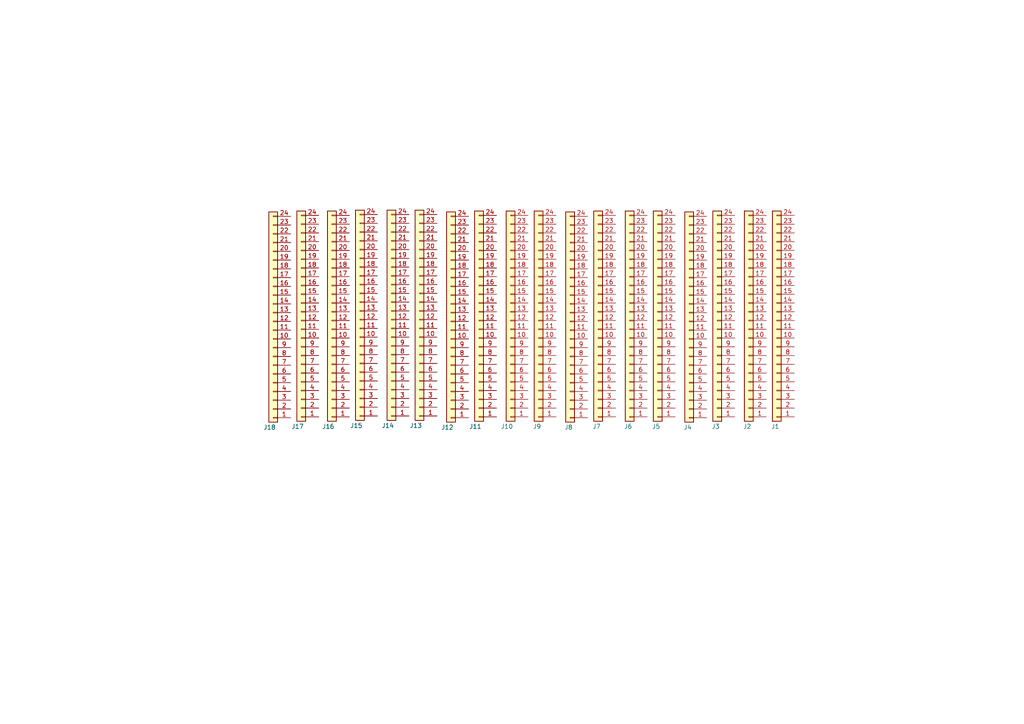
<source format=kicad_sch>
(kicad_sch (version 20211123) (generator eeschema)
  (paper "A4")
  (lib_symbols
    (symbol "Connector_Generic:Conn_01x24" (pin_names (offset 1.016) hide)
      (property "Reference" "J" (at 0 30.48 0))
      (property "Value" "Conn_01x24" (at 0 -33.02 0))
      (symbol "Conn_01x24_1_1"
        (rectangle (start -1.27 -30.353) (end 0 -30.607) (stroke (width 0.1524)))
        (rectangle (start -1.27 -27.813) (end 0 -28.067) (stroke (width 0.1524)))
        (rectangle (start -1.27 -25.273) (end 0 -25.527) (stroke (width 0.1524)))
        (rectangle (start -1.27 -22.733) (end 0 -22.987) (stroke (width 0.1524)))
        (rectangle (start -1.27 -20.193) (end 0 -20.447) (stroke (width 0.1524)))
        (rectangle (start -1.27 -17.653) (end 0 -17.907) (stroke (width 0.1524)))
        (rectangle (start -1.27 -15.113) (end 0 -15.367) (stroke (width 0.1524)))
        (rectangle (start -1.27 -12.573) (end 0 -12.827) (stroke (width 0.1524)))
        (rectangle (start -1.27 -10.033) (end 0 -10.287) (stroke (width 0.1524)))
        (rectangle (start -1.27 -7.493) (end 0 -7.747) (stroke (width 0.1524)))
        (rectangle (start -1.27 -4.953) (end 0 -5.207) (stroke (width 0.1524)))
        (rectangle (start -1.27 -2.413) (end 0 -2.667) (stroke (width 0.1524)))
        (rectangle (start -1.27 0.127) (end 0 -0.127) (stroke (width 0.1524)))
        (rectangle (start -1.27 2.667) (end 0 2.413) (stroke (width 0.1524)))
        (rectangle (start -1.27 5.207) (end 0 4.953) (stroke (width 0.1524)))
        (rectangle (start -1.27 7.747) (end 0 7.493) (stroke (width 0.1524)))
        (rectangle (start -1.27 10.287) (end 0 10.033) (stroke (width 0.1524)))
        (rectangle (start -1.27 12.827) (end 0 12.573) (stroke (width 0.1524)))
        (rectangle (start -1.27 15.367) (end 0 15.113) (stroke (width 0.1524)))
        (rectangle (start -1.27 17.907) (end 0 17.653) (stroke (width 0.1524)))
        (rectangle (start -1.27 20.447) (end 0 20.193) (stroke (width 0.1524)))
        (rectangle (start -1.27 22.987) (end 0 22.733) (stroke (width 0.1524)))
        (rectangle (start -1.27 25.527) (end 0 25.273) (stroke (width 0.1524)))
        (rectangle (start -1.27 28.067) (end 0 27.813) (stroke (width 0.1524)))
        (rectangle (start -1.27 29.21) (end 1.27 -31.75) (stroke (width 0.254)) (fill (type background)))
        (pin passive line (at -5.08 27.94 0) (length 3.81) (name "Pin_1") (number "1"))
        (pin passive line (at -5.08 5.08 0) (length 3.81) (name "Pin_10") (number "10"))
        (pin passive line (at -5.08 2.54 0) (length 3.81) (name "Pin_11") (number "11"))
        (pin passive line (at -5.08 0 0) (length 3.81) (name "Pin_12") (number "12"))
        (pin passive line (at -5.08 -2.54 0) (length 3.81) (name "Pin_13") (number "13"))
        (pin passive line (at -5.08 -5.08 0) (length 3.81) (name "Pin_14") (number "14"))
        (pin passive line (at -5.08 -7.62 0) (length 3.81) (name "Pin_15") (number "15"))
        (pin passive line (at -5.08 -10.16 0) (length 3.81) (name "Pin_16") (number "16"))
        (pin passive line (at -5.08 -12.7 0) (length 3.81) (name "Pin_17") (number "17"))
        (pin passive line (at -5.08 -15.24 0) (length 3.81) (name "Pin_18") (number "18"))
        (pin passive line (at -5.08 -17.78 0) (length 3.81) (name "Pin_19") (number "19"))
        (pin passive line (at -5.08 25.4 0) (length 3.81) (name "Pin_2") (number "2"))
        (pin passive line (at -5.08 -20.32 0) (length 3.81) (name "Pin_20") (number "20"))
        (pin passive line (at -5.08 -22.86 0) (length 3.81) (name "Pin_21") (number "21"))
        (pin passive line (at -5.08 -25.4 0) (length 3.81) (name "Pin_22") (number "22"))
        (pin passive line (at -5.08 -27.94 0) (length 3.81) (name "Pin_23") (number "23"))
        (pin passive line (at -5.08 -30.48 0) (length 3.81) (name "Pin_24") (number "24"))
        (pin passive line (at -5.08 22.86 0) (length 3.81) (name "Pin_3") (number "3"))
        (pin passive line (at -5.08 20.32 0) (length 3.81) (name "Pin_4") (number "4"))
        (pin passive line (at -5.08 17.78 0) (length 3.81) (name "Pin_5") (number "5"))
        (pin passive line (at -5.08 15.24 0) (length 3.81) (name "Pin_6") (number "6"))
        (pin passive line (at -5.08 12.7 0) (length 3.81) (name "Pin_7") (number "7"))
        (pin passive line (at -5.08 10.16 0) (length 3.81) (name "Pin_8") (number "8"))
        (pin passive line (at -5.08 7.62 0) (length 3.81) (name "Pin_9") (number "9"))
      )
    )
  )
  (symbol (lib_id "Connector_Generic:Conn_01x24") (at 199.898 93.218 180) (unit 1)
    (property "Reference" "J4" (at 200.66 123.952 0) (effects (justify left)))
    (property "Value" "Conn_01x24" (effects hide))
    (property "Footprint" "A_Personal:Stripboard_1x24_P2.54mm_Vertical" (effects hide))
  )
  (symbol (lib_id "Connector_Generic:Conn_01x24") (at 87.376 92.964 180) (unit 1)
    (property "Reference" "J17" (at 88.138 123.698 0) (effects (justify left)))
    (property "Value" "Conn_01x24" (effects hide))
    (property "Footprint" "A_Personal:Stripboard_1x24_P2.54mm_Vertical" (effects hide))
  )
  (symbol (lib_id "Connector_Generic:Conn_01x24") (at 79.248 93.218 180) (unit 1)
    (property "Reference" "J18" (at 80.01 123.952 0) (effects (justify left)))
    (property "Value" "Conn_01x24" (effects hide))
    (property "Footprint" "A_Personal:Stripboard_1x24_P2.54mm_Vertical" (effects hide))
  )
  (symbol (lib_id "Connector_Generic:Conn_01x24") (at 165.354 93.218 180) (unit 1)
    (property "Reference" "J8" (at 166.116 123.952 0) (effects (justify left)))
    (property "Value" "Conn_01x24" (effects hide))
    (property "Footprint" "A_Personal:Stripboard_1x24_P2.54mm_Vertical" (effects hide))
  )
  (symbol (lib_id "Connector_Generic:Conn_01x24") (at 96.266 92.964 180) (unit 1)
    (property "Reference" "J16" (at 97.028 123.698 0) (effects (justify left)))
    (property "Value" "Conn_01x24" (effects hide))
    (property "Footprint" "A_Personal:Stripboard_1x24_P2.54mm_Vertical" (effects hide))
  )
  (symbol (lib_id "Connector_Generic:Conn_01x24") (at 148.082 92.964 180) (unit 1)
    (property "Reference" "J10" (at 148.844 123.698 0) (effects (justify left)))
    (property "Value" "Conn_01x24" (effects hide))
    (property "Footprint" "A_Personal:Stripboard_1x24_P2.54mm_Vertical" (effects hide))
  )
  (symbol (lib_id "Connector_Generic:Conn_01x24") (at 208.026 92.964 180) (unit 1)
    (property "Reference" "J3" (at 208.788 123.698 0) (effects (justify left)))
    (property "Value" "Conn_01x24" (effects hide))
    (property "Footprint" "A_Personal:Stripboard_1x24_P2.54mm_Vertical" (effects hide))
  )
  (symbol (lib_id "Connector_Generic:Conn_01x24") (at 104.394 92.71 180) (unit 1)
    (property "Reference" "J15" (at 105.156 123.444 0) (effects (justify left)))
    (property "Value" "Conn_01x24" (effects hide))
    (property "Footprint" "A_Personal:Stripboard_1x24_P2.54mm_Vertical" (effects hide))
  )
  (symbol (lib_id "Connector_Generic:Conn_01x24") (at 217.17 92.964 180) (unit 1)
    (property "Reference" "J2" (at 217.932 123.698 0) (effects (justify left)))
    (property "Value" "Conn_01x24" (effects hide))
    (property "Footprint" "A_Personal:Stripboard_1x24_P2.54mm_Vertical" (effects hide))
  )
  (symbol (lib_id "Connector_Generic:Conn_01x24") (at 182.626 92.964 180) (unit 1)
    (property "Reference" "J6" (at 183.388 123.698 0) (effects (justify left)))
    (property "Value" "Conn_01x24" (effects hide))
    (property "Footprint" "A_Personal:Stripboard_1x24_P2.54mm_Vertical" (effects hide))
  )
  (symbol (lib_id "Connector_Generic:Conn_01x24") (at 156.21 92.964 180) (unit 1)
    (property "Reference" "J9" (at 156.972 123.698 0) (effects (justify left)))
    (property "Value" "Conn_01x24" (effects hide))
    (property "Footprint" "A_Personal:Stripboard_1x24_P2.54mm_Vertical" (effects hide))
  )
  (symbol (lib_id "Connector_Generic:Conn_01x24") (at 173.482 92.964 180) (unit 1)
    (property "Reference" "J7" (at 174.244 123.698 0) (effects (justify left)))
    (property "Value" "Conn_01x24" (effects hide))
    (property "Footprint" "A_Personal:Stripboard_1x24_P2.54mm_Vertical" (effects hide))
  )
  (symbol (lib_id "Connector_Generic:Conn_01x24") (at 113.538 92.71 180) (unit 1)
    (property "Reference" "J14" (at 114.3 123.444 0) (effects (justify left)))
    (property "Value" "Conn_01x24" (effects hide))
    (property "Footprint" "A_Personal:Stripboard_1x24_P2.54mm_Vertical" (effects hide))
  )
  (symbol (lib_id "Connector_Generic:Conn_01x24") (at 130.81 93.218 180) (unit 1)
    (property "Reference" "J12" (at 131.572 123.952 0) (effects (justify left)))
    (property "Value" "Conn_01x24" (effects hide))
    (property "Footprint" "A_Personal:Stripboard_1x24_P2.54mm_Vertical" (effects hide))
  )
  (symbol (lib_id "Connector_Generic:Conn_01x24") (at 138.938 92.964 180) (unit 1)
    (property "Reference" "J11" (at 139.7 123.698 0) (effects (justify left)))
    (property "Value" "Conn_01x24" (effects hide))
    (property "Footprint" "A_Personal:Stripboard_1x24_P2.54mm_Vertical" (effects hide))
  )
  (symbol (lib_id "Connector_Generic:Conn_01x24") (at 225.298 92.964 180) (unit 1)
    (property "Reference" "J1" (at 226.06 123.698 0) (effects (justify left)))
    (property "Value" "Conn_01x24" (effects hide))
    (property "Footprint" "A_Personal:Stripboard_1x24_P2.54mm_Vertical" (effects hide))
  )
  (symbol (lib_id "Connector_Generic:Conn_01x24") (at 121.666 92.71 180) (unit 1)
    (property "Reference" "J13" (at 122.428 123.444 0) (effects (justify left)))
    (property "Value" "Conn_01x24" (effects hide))
    (property "Footprint" "A_Personal:Stripboard_1x24_P2.54mm_Vertical" (effects hide))
  )
  (symbol (lib_id "Connector_Generic:Conn_01x24") (at 190.754 92.964 180) (unit 1)
    (property "Reference" "J5" (at 191.516 123.698 0) (effects (justify left)))
    (property "Value" "Conn_01x24" (effects hide))
    (property "Footprint" "A_Personal:Stripboard_1x24_P2.54mm_Vertical" (effects hide))
  )
)
</source>
